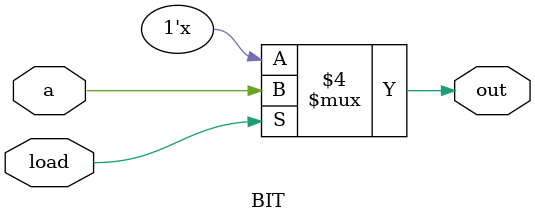
<source format=v>
module BIT (input a, load, output reg out);

// output does not change until load is set to 1;
// a multiplxer would be cool to use here, a 2:1 mux specifically, as it can take in the input from both input and output and the load bit will act like the select and this will inturn tell the bit to which output ot be passed.

always @(*) begin
    if (load == 1)begin

        out = a;

    end
end
endmodule

</source>
